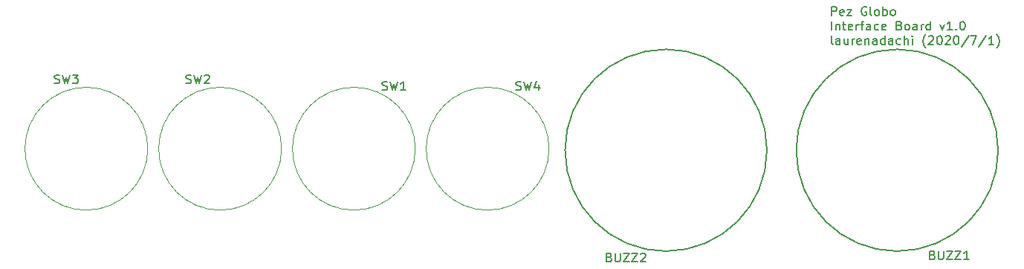
<source format=gbr>
G04 #@! TF.GenerationSoftware,KiCad,Pcbnew,(5.1.6-0-10_14)*
G04 #@! TF.CreationDate,2020-07-01T11:00:56-07:00*
G04 #@! TF.ProjectId,Pufferfish-Interface-1,50756666-6572-4666-9973-682d496e7465,v0.1*
G04 #@! TF.SameCoordinates,Original*
G04 #@! TF.FileFunction,Legend,Top*
G04 #@! TF.FilePolarity,Positive*
%FSLAX46Y46*%
G04 Gerber Fmt 4.6, Leading zero omitted, Abs format (unit mm)*
G04 Created by KiCad (PCBNEW (5.1.6-0-10_14)) date 2020-07-01 11:00:56*
%MOMM*%
%LPD*%
G01*
G04 APERTURE LIST*
%ADD10C,0.150000*%
%ADD11C,0.120000*%
%ADD12C,0.203200*%
G04 APERTURE END LIST*
D10*
X111587595Y-16582380D02*
X111587595Y-15582380D01*
X111968547Y-15582380D01*
X112063785Y-15630000D01*
X112111404Y-15677619D01*
X112159023Y-15772857D01*
X112159023Y-15915714D01*
X112111404Y-16010952D01*
X112063785Y-16058571D01*
X111968547Y-16106190D01*
X111587595Y-16106190D01*
X112968547Y-16534761D02*
X112873309Y-16582380D01*
X112682833Y-16582380D01*
X112587595Y-16534761D01*
X112539976Y-16439523D01*
X112539976Y-16058571D01*
X112587595Y-15963333D01*
X112682833Y-15915714D01*
X112873309Y-15915714D01*
X112968547Y-15963333D01*
X113016166Y-16058571D01*
X113016166Y-16153809D01*
X112539976Y-16249047D01*
X113349500Y-15915714D02*
X113873309Y-15915714D01*
X113349500Y-16582380D01*
X113873309Y-16582380D01*
X115539976Y-15630000D02*
X115444738Y-15582380D01*
X115301880Y-15582380D01*
X115159023Y-15630000D01*
X115063785Y-15725238D01*
X115016166Y-15820476D01*
X114968547Y-16010952D01*
X114968547Y-16153809D01*
X115016166Y-16344285D01*
X115063785Y-16439523D01*
X115159023Y-16534761D01*
X115301880Y-16582380D01*
X115397119Y-16582380D01*
X115539976Y-16534761D01*
X115587595Y-16487142D01*
X115587595Y-16153809D01*
X115397119Y-16153809D01*
X116159023Y-16582380D02*
X116063785Y-16534761D01*
X116016166Y-16439523D01*
X116016166Y-15582380D01*
X116682833Y-16582380D02*
X116587595Y-16534761D01*
X116539976Y-16487142D01*
X116492357Y-16391904D01*
X116492357Y-16106190D01*
X116539976Y-16010952D01*
X116587595Y-15963333D01*
X116682833Y-15915714D01*
X116825690Y-15915714D01*
X116920928Y-15963333D01*
X116968547Y-16010952D01*
X117016166Y-16106190D01*
X117016166Y-16391904D01*
X116968547Y-16487142D01*
X116920928Y-16534761D01*
X116825690Y-16582380D01*
X116682833Y-16582380D01*
X117444738Y-16582380D02*
X117444738Y-15582380D01*
X117444738Y-15963333D02*
X117539976Y-15915714D01*
X117730452Y-15915714D01*
X117825690Y-15963333D01*
X117873309Y-16010952D01*
X117920928Y-16106190D01*
X117920928Y-16391904D01*
X117873309Y-16487142D01*
X117825690Y-16534761D01*
X117730452Y-16582380D01*
X117539976Y-16582380D01*
X117444738Y-16534761D01*
X118492357Y-16582380D02*
X118397119Y-16534761D01*
X118349500Y-16487142D01*
X118301880Y-16391904D01*
X118301880Y-16106190D01*
X118349500Y-16010952D01*
X118397119Y-15963333D01*
X118492357Y-15915714D01*
X118635214Y-15915714D01*
X118730452Y-15963333D01*
X118778071Y-16010952D01*
X118825690Y-16106190D01*
X118825690Y-16391904D01*
X118778071Y-16487142D01*
X118730452Y-16534761D01*
X118635214Y-16582380D01*
X118492357Y-16582380D01*
X111587595Y-18232380D02*
X111587595Y-17232380D01*
X112063785Y-17565714D02*
X112063785Y-18232380D01*
X112063785Y-17660952D02*
X112111404Y-17613333D01*
X112206642Y-17565714D01*
X112349500Y-17565714D01*
X112444738Y-17613333D01*
X112492357Y-17708571D01*
X112492357Y-18232380D01*
X112825690Y-17565714D02*
X113206642Y-17565714D01*
X112968547Y-17232380D02*
X112968547Y-18089523D01*
X113016166Y-18184761D01*
X113111404Y-18232380D01*
X113206642Y-18232380D01*
X113920928Y-18184761D02*
X113825690Y-18232380D01*
X113635214Y-18232380D01*
X113539976Y-18184761D01*
X113492357Y-18089523D01*
X113492357Y-17708571D01*
X113539976Y-17613333D01*
X113635214Y-17565714D01*
X113825690Y-17565714D01*
X113920928Y-17613333D01*
X113968547Y-17708571D01*
X113968547Y-17803809D01*
X113492357Y-17899047D01*
X114397119Y-18232380D02*
X114397119Y-17565714D01*
X114397119Y-17756190D02*
X114444738Y-17660952D01*
X114492357Y-17613333D01*
X114587595Y-17565714D01*
X114682833Y-17565714D01*
X114873309Y-17565714D02*
X115254261Y-17565714D01*
X115016166Y-18232380D02*
X115016166Y-17375238D01*
X115063785Y-17280000D01*
X115159023Y-17232380D01*
X115254261Y-17232380D01*
X116016166Y-18232380D02*
X116016166Y-17708571D01*
X115968547Y-17613333D01*
X115873309Y-17565714D01*
X115682833Y-17565714D01*
X115587595Y-17613333D01*
X116016166Y-18184761D02*
X115920928Y-18232380D01*
X115682833Y-18232380D01*
X115587595Y-18184761D01*
X115539976Y-18089523D01*
X115539976Y-17994285D01*
X115587595Y-17899047D01*
X115682833Y-17851428D01*
X115920928Y-17851428D01*
X116016166Y-17803809D01*
X116920928Y-18184761D02*
X116825690Y-18232380D01*
X116635214Y-18232380D01*
X116539976Y-18184761D01*
X116492357Y-18137142D01*
X116444738Y-18041904D01*
X116444738Y-17756190D01*
X116492357Y-17660952D01*
X116539976Y-17613333D01*
X116635214Y-17565714D01*
X116825690Y-17565714D01*
X116920928Y-17613333D01*
X117730452Y-18184761D02*
X117635214Y-18232380D01*
X117444738Y-18232380D01*
X117349500Y-18184761D01*
X117301880Y-18089523D01*
X117301880Y-17708571D01*
X117349500Y-17613333D01*
X117444738Y-17565714D01*
X117635214Y-17565714D01*
X117730452Y-17613333D01*
X117778071Y-17708571D01*
X117778071Y-17803809D01*
X117301880Y-17899047D01*
X119301880Y-17708571D02*
X119444738Y-17756190D01*
X119492357Y-17803809D01*
X119539976Y-17899047D01*
X119539976Y-18041904D01*
X119492357Y-18137142D01*
X119444738Y-18184761D01*
X119349500Y-18232380D01*
X118968547Y-18232380D01*
X118968547Y-17232380D01*
X119301880Y-17232380D01*
X119397119Y-17280000D01*
X119444738Y-17327619D01*
X119492357Y-17422857D01*
X119492357Y-17518095D01*
X119444738Y-17613333D01*
X119397119Y-17660952D01*
X119301880Y-17708571D01*
X118968547Y-17708571D01*
X120111404Y-18232380D02*
X120016166Y-18184761D01*
X119968547Y-18137142D01*
X119920928Y-18041904D01*
X119920928Y-17756190D01*
X119968547Y-17660952D01*
X120016166Y-17613333D01*
X120111404Y-17565714D01*
X120254261Y-17565714D01*
X120349500Y-17613333D01*
X120397119Y-17660952D01*
X120444738Y-17756190D01*
X120444738Y-18041904D01*
X120397119Y-18137142D01*
X120349500Y-18184761D01*
X120254261Y-18232380D01*
X120111404Y-18232380D01*
X121301880Y-18232380D02*
X121301880Y-17708571D01*
X121254261Y-17613333D01*
X121159023Y-17565714D01*
X120968547Y-17565714D01*
X120873309Y-17613333D01*
X121301880Y-18184761D02*
X121206642Y-18232380D01*
X120968547Y-18232380D01*
X120873309Y-18184761D01*
X120825690Y-18089523D01*
X120825690Y-17994285D01*
X120873309Y-17899047D01*
X120968547Y-17851428D01*
X121206642Y-17851428D01*
X121301880Y-17803809D01*
X121778071Y-18232380D02*
X121778071Y-17565714D01*
X121778071Y-17756190D02*
X121825690Y-17660952D01*
X121873309Y-17613333D01*
X121968547Y-17565714D01*
X122063785Y-17565714D01*
X122825690Y-18232380D02*
X122825690Y-17232380D01*
X122825690Y-18184761D02*
X122730452Y-18232380D01*
X122539976Y-18232380D01*
X122444738Y-18184761D01*
X122397119Y-18137142D01*
X122349500Y-18041904D01*
X122349500Y-17756190D01*
X122397119Y-17660952D01*
X122444738Y-17613333D01*
X122539976Y-17565714D01*
X122730452Y-17565714D01*
X122825690Y-17613333D01*
X123968547Y-17565714D02*
X124206642Y-18232380D01*
X124444738Y-17565714D01*
X125349500Y-18232380D02*
X124778071Y-18232380D01*
X125063785Y-18232380D02*
X125063785Y-17232380D01*
X124968547Y-17375238D01*
X124873309Y-17470476D01*
X124778071Y-17518095D01*
X125778071Y-18137142D02*
X125825690Y-18184761D01*
X125778071Y-18232380D01*
X125730452Y-18184761D01*
X125778071Y-18137142D01*
X125778071Y-18232380D01*
X126444738Y-17232380D02*
X126539976Y-17232380D01*
X126635214Y-17280000D01*
X126682833Y-17327619D01*
X126730452Y-17422857D01*
X126778071Y-17613333D01*
X126778071Y-17851428D01*
X126730452Y-18041904D01*
X126682833Y-18137142D01*
X126635214Y-18184761D01*
X126539976Y-18232380D01*
X126444738Y-18232380D01*
X126349500Y-18184761D01*
X126301880Y-18137142D01*
X126254261Y-18041904D01*
X126206642Y-17851428D01*
X126206642Y-17613333D01*
X126254261Y-17422857D01*
X126301880Y-17327619D01*
X126349500Y-17280000D01*
X126444738Y-17232380D01*
X111730452Y-19882380D02*
X111635214Y-19834761D01*
X111587595Y-19739523D01*
X111587595Y-18882380D01*
X112539976Y-19882380D02*
X112539976Y-19358571D01*
X112492357Y-19263333D01*
X112397119Y-19215714D01*
X112206642Y-19215714D01*
X112111404Y-19263333D01*
X112539976Y-19834761D02*
X112444738Y-19882380D01*
X112206642Y-19882380D01*
X112111404Y-19834761D01*
X112063785Y-19739523D01*
X112063785Y-19644285D01*
X112111404Y-19549047D01*
X112206642Y-19501428D01*
X112444738Y-19501428D01*
X112539976Y-19453809D01*
X113444738Y-19215714D02*
X113444738Y-19882380D01*
X113016166Y-19215714D02*
X113016166Y-19739523D01*
X113063785Y-19834761D01*
X113159023Y-19882380D01*
X113301880Y-19882380D01*
X113397119Y-19834761D01*
X113444738Y-19787142D01*
X113920928Y-19882380D02*
X113920928Y-19215714D01*
X113920928Y-19406190D02*
X113968547Y-19310952D01*
X114016166Y-19263333D01*
X114111404Y-19215714D01*
X114206642Y-19215714D01*
X114920928Y-19834761D02*
X114825690Y-19882380D01*
X114635214Y-19882380D01*
X114539976Y-19834761D01*
X114492357Y-19739523D01*
X114492357Y-19358571D01*
X114539976Y-19263333D01*
X114635214Y-19215714D01*
X114825690Y-19215714D01*
X114920928Y-19263333D01*
X114968547Y-19358571D01*
X114968547Y-19453809D01*
X114492357Y-19549047D01*
X115397119Y-19215714D02*
X115397119Y-19882380D01*
X115397119Y-19310952D02*
X115444738Y-19263333D01*
X115539976Y-19215714D01*
X115682833Y-19215714D01*
X115778071Y-19263333D01*
X115825690Y-19358571D01*
X115825690Y-19882380D01*
X116730452Y-19882380D02*
X116730452Y-19358571D01*
X116682833Y-19263333D01*
X116587595Y-19215714D01*
X116397119Y-19215714D01*
X116301880Y-19263333D01*
X116730452Y-19834761D02*
X116635214Y-19882380D01*
X116397119Y-19882380D01*
X116301880Y-19834761D01*
X116254261Y-19739523D01*
X116254261Y-19644285D01*
X116301880Y-19549047D01*
X116397119Y-19501428D01*
X116635214Y-19501428D01*
X116730452Y-19453809D01*
X117635214Y-19882380D02*
X117635214Y-18882380D01*
X117635214Y-19834761D02*
X117539976Y-19882380D01*
X117349500Y-19882380D01*
X117254261Y-19834761D01*
X117206642Y-19787142D01*
X117159023Y-19691904D01*
X117159023Y-19406190D01*
X117206642Y-19310952D01*
X117254261Y-19263333D01*
X117349500Y-19215714D01*
X117539976Y-19215714D01*
X117635214Y-19263333D01*
X118539976Y-19882380D02*
X118539976Y-19358571D01*
X118492357Y-19263333D01*
X118397119Y-19215714D01*
X118206642Y-19215714D01*
X118111404Y-19263333D01*
X118539976Y-19834761D02*
X118444738Y-19882380D01*
X118206642Y-19882380D01*
X118111404Y-19834761D01*
X118063785Y-19739523D01*
X118063785Y-19644285D01*
X118111404Y-19549047D01*
X118206642Y-19501428D01*
X118444738Y-19501428D01*
X118539976Y-19453809D01*
X119444738Y-19834761D02*
X119349500Y-19882380D01*
X119159023Y-19882380D01*
X119063785Y-19834761D01*
X119016166Y-19787142D01*
X118968547Y-19691904D01*
X118968547Y-19406190D01*
X119016166Y-19310952D01*
X119063785Y-19263333D01*
X119159023Y-19215714D01*
X119349500Y-19215714D01*
X119444738Y-19263333D01*
X119873309Y-19882380D02*
X119873309Y-18882380D01*
X120301880Y-19882380D02*
X120301880Y-19358571D01*
X120254261Y-19263333D01*
X120159023Y-19215714D01*
X120016166Y-19215714D01*
X119920928Y-19263333D01*
X119873309Y-19310952D01*
X120778071Y-19882380D02*
X120778071Y-19215714D01*
X120778071Y-18882380D02*
X120730452Y-18930000D01*
X120778071Y-18977619D01*
X120825690Y-18930000D01*
X120778071Y-18882380D01*
X120778071Y-18977619D01*
X122301880Y-20263333D02*
X122254261Y-20215714D01*
X122159023Y-20072857D01*
X122111404Y-19977619D01*
X122063785Y-19834761D01*
X122016166Y-19596666D01*
X122016166Y-19406190D01*
X122063785Y-19168095D01*
X122111404Y-19025238D01*
X122159023Y-18930000D01*
X122254261Y-18787142D01*
X122301880Y-18739523D01*
X122635214Y-18977619D02*
X122682833Y-18930000D01*
X122778071Y-18882380D01*
X123016166Y-18882380D01*
X123111404Y-18930000D01*
X123159023Y-18977619D01*
X123206642Y-19072857D01*
X123206642Y-19168095D01*
X123159023Y-19310952D01*
X122587595Y-19882380D01*
X123206642Y-19882380D01*
X123825690Y-18882380D02*
X123920928Y-18882380D01*
X124016166Y-18930000D01*
X124063785Y-18977619D01*
X124111404Y-19072857D01*
X124159023Y-19263333D01*
X124159023Y-19501428D01*
X124111404Y-19691904D01*
X124063785Y-19787142D01*
X124016166Y-19834761D01*
X123920928Y-19882380D01*
X123825690Y-19882380D01*
X123730452Y-19834761D01*
X123682833Y-19787142D01*
X123635214Y-19691904D01*
X123587595Y-19501428D01*
X123587595Y-19263333D01*
X123635214Y-19072857D01*
X123682833Y-18977619D01*
X123730452Y-18930000D01*
X123825690Y-18882380D01*
X124539976Y-18977619D02*
X124587595Y-18930000D01*
X124682833Y-18882380D01*
X124920928Y-18882380D01*
X125016166Y-18930000D01*
X125063785Y-18977619D01*
X125111404Y-19072857D01*
X125111404Y-19168095D01*
X125063785Y-19310952D01*
X124492357Y-19882380D01*
X125111404Y-19882380D01*
X125730452Y-18882380D02*
X125825690Y-18882380D01*
X125920928Y-18930000D01*
X125968547Y-18977619D01*
X126016166Y-19072857D01*
X126063785Y-19263333D01*
X126063785Y-19501428D01*
X126016166Y-19691904D01*
X125968547Y-19787142D01*
X125920928Y-19834761D01*
X125825690Y-19882380D01*
X125730452Y-19882380D01*
X125635214Y-19834761D01*
X125587595Y-19787142D01*
X125539976Y-19691904D01*
X125492357Y-19501428D01*
X125492357Y-19263333D01*
X125539976Y-19072857D01*
X125587595Y-18977619D01*
X125635214Y-18930000D01*
X125730452Y-18882380D01*
X127206642Y-18834761D02*
X126349500Y-20120476D01*
X127444738Y-18882380D02*
X128111404Y-18882380D01*
X127682833Y-19882380D01*
X129206642Y-18834761D02*
X128349500Y-20120476D01*
X130063785Y-19882380D02*
X129492357Y-19882380D01*
X129778071Y-19882380D02*
X129778071Y-18882380D01*
X129682833Y-19025238D01*
X129587595Y-19120476D01*
X129492357Y-19168095D01*
X130397119Y-20263333D02*
X130444738Y-20215714D01*
X130539976Y-20072857D01*
X130587595Y-19977619D01*
X130635214Y-19834761D01*
X130682833Y-19596666D01*
X130682833Y-19406190D01*
X130635214Y-19168095D01*
X130587595Y-19025238D01*
X130539976Y-18930000D01*
X130444738Y-18787142D01*
X130397119Y-18739523D01*
D11*
X79390000Y-31750000D02*
G75*
G03*
X79390000Y-31750000I-7000000J0D01*
G01*
X33670000Y-31750000D02*
G75*
G03*
X33670000Y-31750000I-7000000J0D01*
G01*
X48910000Y-31750000D02*
G75*
G03*
X48910000Y-31750000I-7000000J0D01*
G01*
X64150000Y-31750000D02*
G75*
G03*
X64150000Y-31750000I-7000000J0D01*
G01*
D12*
X130551601Y-31921601D02*
G75*
G03*
X130551601Y-31921601I-11500000J0D01*
G01*
X104210000Y-31921601D02*
G75*
G03*
X104210000Y-31921601I-11500000J0D01*
G01*
D10*
X75628666Y-25042761D02*
X75771523Y-25090380D01*
X76009619Y-25090380D01*
X76104857Y-25042761D01*
X76152476Y-24995142D01*
X76200095Y-24899904D01*
X76200095Y-24804666D01*
X76152476Y-24709428D01*
X76104857Y-24661809D01*
X76009619Y-24614190D01*
X75819142Y-24566571D01*
X75723904Y-24518952D01*
X75676285Y-24471333D01*
X75628666Y-24376095D01*
X75628666Y-24280857D01*
X75676285Y-24185619D01*
X75723904Y-24138000D01*
X75819142Y-24090380D01*
X76057238Y-24090380D01*
X76200095Y-24138000D01*
X76533428Y-24090380D02*
X76771523Y-25090380D01*
X76962000Y-24376095D01*
X77152476Y-25090380D01*
X77390571Y-24090380D01*
X78200095Y-24423714D02*
X78200095Y-25090380D01*
X77962000Y-24042761D02*
X77723904Y-24757047D01*
X78342952Y-24757047D01*
X23050666Y-24280761D02*
X23193523Y-24328380D01*
X23431619Y-24328380D01*
X23526857Y-24280761D01*
X23574476Y-24233142D01*
X23622095Y-24137904D01*
X23622095Y-24042666D01*
X23574476Y-23947428D01*
X23526857Y-23899809D01*
X23431619Y-23852190D01*
X23241142Y-23804571D01*
X23145904Y-23756952D01*
X23098285Y-23709333D01*
X23050666Y-23614095D01*
X23050666Y-23518857D01*
X23098285Y-23423619D01*
X23145904Y-23376000D01*
X23241142Y-23328380D01*
X23479238Y-23328380D01*
X23622095Y-23376000D01*
X23955428Y-23328380D02*
X24193523Y-24328380D01*
X24384000Y-23614095D01*
X24574476Y-24328380D01*
X24812571Y-23328380D01*
X25098285Y-23328380D02*
X25717333Y-23328380D01*
X25384000Y-23709333D01*
X25526857Y-23709333D01*
X25622095Y-23756952D01*
X25669714Y-23804571D01*
X25717333Y-23899809D01*
X25717333Y-24137904D01*
X25669714Y-24233142D01*
X25622095Y-24280761D01*
X25526857Y-24328380D01*
X25241142Y-24328380D01*
X25145904Y-24280761D01*
X25098285Y-24233142D01*
X38036666Y-24280761D02*
X38179523Y-24328380D01*
X38417619Y-24328380D01*
X38512857Y-24280761D01*
X38560476Y-24233142D01*
X38608095Y-24137904D01*
X38608095Y-24042666D01*
X38560476Y-23947428D01*
X38512857Y-23899809D01*
X38417619Y-23852190D01*
X38227142Y-23804571D01*
X38131904Y-23756952D01*
X38084285Y-23709333D01*
X38036666Y-23614095D01*
X38036666Y-23518857D01*
X38084285Y-23423619D01*
X38131904Y-23376000D01*
X38227142Y-23328380D01*
X38465238Y-23328380D01*
X38608095Y-23376000D01*
X38941428Y-23328380D02*
X39179523Y-24328380D01*
X39370000Y-23614095D01*
X39560476Y-24328380D01*
X39798571Y-23328380D01*
X40131904Y-23423619D02*
X40179523Y-23376000D01*
X40274761Y-23328380D01*
X40512857Y-23328380D01*
X40608095Y-23376000D01*
X40655714Y-23423619D01*
X40703333Y-23518857D01*
X40703333Y-23614095D01*
X40655714Y-23756952D01*
X40084285Y-24328380D01*
X40703333Y-24328380D01*
X60388666Y-25042761D02*
X60531523Y-25090380D01*
X60769619Y-25090380D01*
X60864857Y-25042761D01*
X60912476Y-24995142D01*
X60960095Y-24899904D01*
X60960095Y-24804666D01*
X60912476Y-24709428D01*
X60864857Y-24661809D01*
X60769619Y-24614190D01*
X60579142Y-24566571D01*
X60483904Y-24518952D01*
X60436285Y-24471333D01*
X60388666Y-24376095D01*
X60388666Y-24280857D01*
X60436285Y-24185619D01*
X60483904Y-24138000D01*
X60579142Y-24090380D01*
X60817238Y-24090380D01*
X60960095Y-24138000D01*
X61293428Y-24090380D02*
X61531523Y-25090380D01*
X61722000Y-24376095D01*
X61912476Y-25090380D01*
X62150571Y-24090380D01*
X63055333Y-25090380D02*
X62483904Y-25090380D01*
X62769619Y-25090380D02*
X62769619Y-24090380D01*
X62674380Y-24233238D01*
X62579142Y-24328476D01*
X62483904Y-24376095D01*
X123087047Y-43870571D02*
X123229904Y-43918190D01*
X123277523Y-43965809D01*
X123325142Y-44061047D01*
X123325142Y-44203904D01*
X123277523Y-44299142D01*
X123229904Y-44346761D01*
X123134666Y-44394380D01*
X122753714Y-44394380D01*
X122753714Y-43394380D01*
X123087047Y-43394380D01*
X123182285Y-43442000D01*
X123229904Y-43489619D01*
X123277523Y-43584857D01*
X123277523Y-43680095D01*
X123229904Y-43775333D01*
X123182285Y-43822952D01*
X123087047Y-43870571D01*
X122753714Y-43870571D01*
X123753714Y-43394380D02*
X123753714Y-44203904D01*
X123801333Y-44299142D01*
X123848952Y-44346761D01*
X123944190Y-44394380D01*
X124134666Y-44394380D01*
X124229904Y-44346761D01*
X124277523Y-44299142D01*
X124325142Y-44203904D01*
X124325142Y-43394380D01*
X124706095Y-43394380D02*
X125372761Y-43394380D01*
X124706095Y-44394380D01*
X125372761Y-44394380D01*
X125658476Y-43394380D02*
X126325142Y-43394380D01*
X125658476Y-44394380D01*
X126325142Y-44394380D01*
X127229904Y-44394380D02*
X126658476Y-44394380D01*
X126944190Y-44394380D02*
X126944190Y-43394380D01*
X126848952Y-43537238D01*
X126753714Y-43632476D01*
X126658476Y-43680095D01*
X86257047Y-44124571D02*
X86399904Y-44172190D01*
X86447523Y-44219809D01*
X86495142Y-44315047D01*
X86495142Y-44457904D01*
X86447523Y-44553142D01*
X86399904Y-44600761D01*
X86304666Y-44648380D01*
X85923714Y-44648380D01*
X85923714Y-43648380D01*
X86257047Y-43648380D01*
X86352285Y-43696000D01*
X86399904Y-43743619D01*
X86447523Y-43838857D01*
X86447523Y-43934095D01*
X86399904Y-44029333D01*
X86352285Y-44076952D01*
X86257047Y-44124571D01*
X85923714Y-44124571D01*
X86923714Y-43648380D02*
X86923714Y-44457904D01*
X86971333Y-44553142D01*
X87018952Y-44600761D01*
X87114190Y-44648380D01*
X87304666Y-44648380D01*
X87399904Y-44600761D01*
X87447523Y-44553142D01*
X87495142Y-44457904D01*
X87495142Y-43648380D01*
X87876095Y-43648380D02*
X88542761Y-43648380D01*
X87876095Y-44648380D01*
X88542761Y-44648380D01*
X88828476Y-43648380D02*
X89495142Y-43648380D01*
X88828476Y-44648380D01*
X89495142Y-44648380D01*
X89828476Y-43743619D02*
X89876095Y-43696000D01*
X89971333Y-43648380D01*
X90209428Y-43648380D01*
X90304666Y-43696000D01*
X90352285Y-43743619D01*
X90399904Y-43838857D01*
X90399904Y-43934095D01*
X90352285Y-44076952D01*
X89780857Y-44648380D01*
X90399904Y-44648380D01*
M02*

</source>
